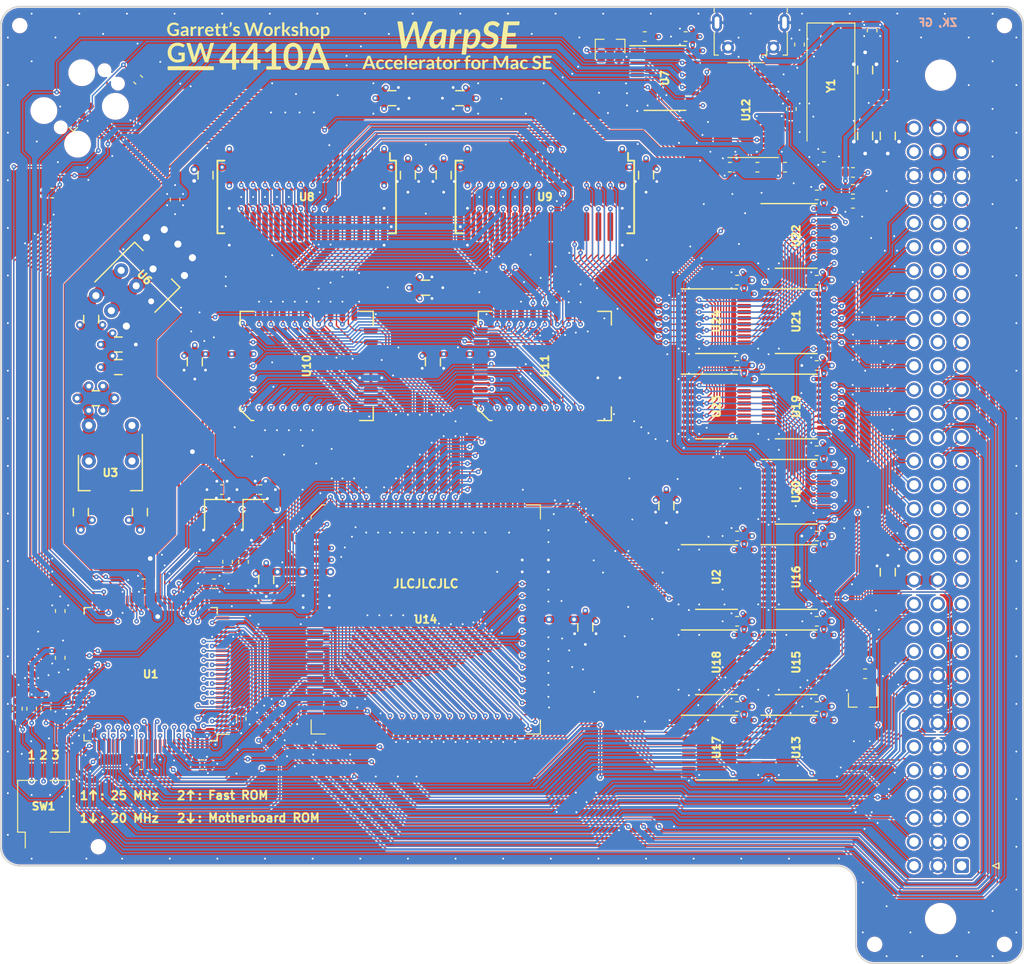
<source format=kicad_pcb>
(kicad_pcb (version 20211014) (generator pcbnew)

  (general
    (thickness 1.6)
  )

  (paper "A4")
  (layers
    (0 "F.Cu" signal)
    (1 "In1.Cu" power)
    (2 "In2.Cu" power)
    (31 "B.Cu" signal)
    (32 "B.Adhes" user "B.Adhesive")
    (33 "F.Adhes" user "F.Adhesive")
    (34 "B.Paste" user)
    (35 "F.Paste" user)
    (36 "B.SilkS" user "B.Silkscreen")
    (37 "F.SilkS" user "F.Silkscreen")
    (38 "B.Mask" user)
    (39 "F.Mask" user)
    (40 "Dwgs.User" user "User.Drawings")
    (41 "Cmts.User" user "User.Comments")
    (42 "Eco1.User" user "User.Eco1")
    (43 "Eco2.User" user "User.Eco2")
    (44 "Edge.Cuts" user)
    (45 "Margin" user)
    (46 "B.CrtYd" user "B.Courtyard")
    (47 "F.CrtYd" user "F.Courtyard")
    (48 "B.Fab" user)
    (49 "F.Fab" user)
  )

  (setup
    (pad_to_mask_clearance 0.05)
    (pcbplotparams
      (layerselection 0x00010fc_ffffffff)
      (disableapertmacros false)
      (usegerberextensions true)
      (usegerberattributes false)
      (usegerberadvancedattributes false)
      (creategerberjobfile false)
      (svguseinch false)
      (svgprecision 6)
      (excludeedgelayer true)
      (plotframeref false)
      (viasonmask false)
      (mode 1)
      (useauxorigin false)
      (hpglpennumber 1)
      (hpglpenspeed 20)
      (hpglpendiameter 15.000000)
      (dxfpolygonmode true)
      (dxfimperialunits true)
      (dxfusepcbnewfont true)
      (psnegative false)
      (psa4output false)
      (plotreference true)
      (plotvalue true)
      (plotinvisibletext false)
      (sketchpadsonfab false)
      (subtractmaskfromsilk true)
      (outputformat 1)
      (mirror false)
      (drillshape 0)
      (scaleselection 1)
      (outputdirectory "gerber/")
    )
  )

  (net 0 "")
  (net 1 "GND")
  (net 2 "+5V")
  (net 3 "+3V3")
  (net 4 "-5V")
  (net 5 "+12V")
  (net 6 "-12V")
  (net 7 "Net-(C46-Pad1)")
  (net 8 "unconnected-(J1-PadA1)")
  (net 9 "unconnected-(J1-PadA2)")
  (net 10 "unconnected-(J1-PadA3)")
  (net 11 "/Buf/MacA1")
  (net 12 "/Buf/MacA2")
  (net 13 "/Buf/MacA3")
  (net 14 "/Buf/MacA4")
  (net 15 "/Buf/MacA5")
  (net 16 "/Buf/MacA6")
  (net 17 "/Buf/MacA7")
  (net 18 "/Buf/MacA8")
  (net 19 "/Buf/MacA9")
  (net 20 "/Buf/MacA10")
  (net 21 "/Buf/MacA11")
  (net 22 "/Buf/MacA12")
  (net 23 "/Buf/MacA13")
  (net 24 "/Buf/MacA14")
  (net 25 "/Control/~{RESET}")
  (net 26 "/Buf/MacA15")
  (net 27 "/Control/Mac~{AS}")
  (net 28 "/Control/Mac~{UDS}")
  (net 29 "/Control/Mac~{LDS}")
  (net 30 "/Buf/Mac~{R}W")
  (net 31 "/Control/Mac~{DTACK}")
  (net 32 "/Buf/MacA16")
  (net 33 "/Control/Mac~{VMA}")
  (net 34 "/Control/Mac~{VPA}")
  (net 35 "/Buf/MacA17")
  (net 36 "/Buf/MacA18")
  (net 37 "/Buf/MacA19")
  (net 38 "/Buf/MacA20")
  (net 39 "/Buf/MacA21")
  (net 40 "/Buf/MacA22")
  (net 41 "/Buf/MacA23")
  (net 42 "/Control/Mac~{BERR}")
  (net 43 "/Control/~{IPL}2")
  (net 44 "/MC68k/~{IPL}1")
  (net 45 "/MC68k/~{IPL}0")
  (net 46 "/Control/MacE")
  (net 47 "unconnected-(J1-PadB10)")
  (net 48 "unconnected-(J1-PadB11)")
  (net 49 "/Control/C16M")
  (net 50 "/Control/C8M")
  (net 51 "unconnected-(J1-PadB12)")
  (net 52 "unconnected-(J1-PadB22)")
  (net 53 "unconnected-(J1-PadB23)")
  (net 54 "unconnected-(J1-PadB24)")
  (net 55 "unconnected-(J1-PadB25)")
  (net 56 "unconnected-(J1-PadB26)")
  (net 57 "unconnected-(J1-PadB27)")
  (net 58 "unconnected-(J1-PadB28)")
  (net 59 "/Control/Mac~{BR}")
  (net 60 "unconnected-(J1-PadC11)")
  (net 61 "/Buf/MacD0")
  (net 62 "/Buf/MacD1")
  (net 63 "/Buf/MacD2")
  (net 64 "/Buf/MacD3")
  (net 65 "/Buf/MacD4")
  (net 66 "/Buf/MacD5")
  (net 67 "/Buf/MacD6")
  (net 68 "/Buf/MacD7")
  (net 69 "/Buf/MacD8")
  (net 70 "/Buf/MacD9")
  (net 71 "/Buf/MacD10")
  (net 72 "/Buf/MacD11")
  (net 73 "/Buf/MacD12")
  (net 74 "/Buf/MacD13")
  (net 75 "/Buf/MacD14")
  (net 76 "/Buf/MacD15")
  (net 77 "unconnected-(J1-PadC31)")
  (net 78 "/Control/TMS")
  (net 79 "/Control/TCK")
  (net 80 "/Prog/TDO")
  (net 81 "/Control/TDI")
  (net 82 "Net-(J3-Pad3)")
  (net 83 "unconnected-(J2-Pad6)")
  (net 84 "/Prog/USB5V")
  (net 85 "Net-(J3-Pad2)")
  (net 86 "Net-(R1-Pad1)")
  (net 87 "unconnected-(J2-Pad7)")
  (net 88 "unconnected-(J2-Pad8)")
  (net 89 "/Control/SW1")
  (net 90 "/Clk.sch/CK20EN")
  (net 91 "unconnected-(J3-Pad4)")
  (net 92 "/Clk.sch/MCLK")
  (net 93 "/Clk.sch/RCLK")
  (net 94 "unconnected-(U1-Pad1)")
  (net 95 "/Control/Acc~{VPA}")
  (net 96 "/Control/Acc~{BERR}")
  (net 97 "/Buf/Din~{OE}")
  (net 98 "/Buf/Dout~{OE}")
  (net 99 "/Buf/Aout~{OE}")
  (net 100 "/Buf/DinLE")
  (net 101 "/Buf/ADoutLE0")
  (net 102 "/Buf/ADoutLE1")
  (net 103 "/Buf/AccA5")
  (net 104 "/Buf/AccA6")
  (net 105 "/Buf/AccA7")
  (net 106 "/Buf/AccA8")
  (net 107 "/Buf/AccA9")
  (net 108 "/Control/U~{WE}")
  (net 109 "/Control/L~{WE}")
  (net 110 "/Control/~{RAS}")
  (net 111 "/Control/RA11")
  (net 112 "/Clk.sch/CK25EN")
  (net 113 "/Buf/AccA10")
  (net 114 "/Control/RA9")
  (net 115 "/Control/RA10")
  (net 116 "/Control/RA8")
  (net 117 "/Control/RA0")
  (net 118 "/Control/RA7")
  (net 119 "/Control/RA1")
  (net 120 "/Buf/AccA11")
  (net 121 "/Control/RA6")
  (net 122 "/Control/RA2")
  (net 123 "/Control/RA5")
  (net 124 "/Control/RA3")
  (net 125 "/Control/RA4")
  (net 126 "/Buf/AccA12")
  (net 127 "/Control/~{OE}")
  (net 128 "/Control/~{CAS}")
  (net 129 "/Control/ROM~{CS}")
  (net 130 "/Control/ROM~{WE}")
  (net 131 "/Control/Acc~{UDS}")
  (net 132 "/Control/Acc~{AS}")
  (net 133 "/Control/Acc~{LDS}")
  (net 134 "/Buf/AccA13")
  (net 135 "/Control/Acc~{DTACK}")
  (net 136 "/Buf/AccA14")
  (net 137 "/Buf/AccA15")
  (net 138 "/Buf/AccA16")
  (net 139 "/Buf/AccA17")
  (net 140 "/Buf/AccA18")
  (net 141 "/Buf/AccA19")
  (net 142 "/Buf/AccA20")
  (net 143 "/Buf/AccA21")
  (net 144 "/Buf/AccA22")
  (net 145 "/Buf/AccA23")
  (net 146 "/Buf/Acc~{R}W")
  (net 147 "unconnected-(U1-Pad39)")
  (net 148 "unconnected-(U1-Pad49)")
  (net 149 "/Control/SW2")
  (net 150 "unconnected-(U1-Pad68)")
  (net 151 "Net-(Q1-Pad1)")
  (net 152 "unconnected-(U1-Pad71)")
  (net 153 "/Control/Mac~{BG}")
  (net 154 "Net-(U16-Pad2)")
  (net 155 "Net-(U16-Pad3)")
  (net 156 "Net-(U16-Pad4)")
  (net 157 "Net-(U16-Pad5)")
  (net 158 "Net-(U16-Pad6)")
  (net 159 "Net-(U16-Pad7)")
  (net 160 "Net-(U16-Pad8)")
  (net 161 "Net-(U16-Pad9)")
  (net 162 "/Buf/AccD6")
  (net 163 "/Buf/AccD7")
  (net 164 "/Buf/AccD5")
  (net 165 "/Buf/AccD3")
  (net 166 "/Buf/AccD1")
  (net 167 "/Buf/AccD2")
  (net 168 "/Buf/AccD4")
  (net 169 "/Buf/AccD14")
  (net 170 "/Buf/AccD15")
  (net 171 "/Buf/AccD13")
  (net 172 "/Buf/AccD11")
  (net 173 "/Buf/AccD9")
  (net 174 "/Buf/AccD8")
  (net 175 "/Buf/AccD10")
  (net 176 "/Buf/AccD12")
  (net 177 "/Buf/AccA1")
  (net 178 "/Buf/AccA2")
  (net 179 "/Buf/AccA3")
  (net 180 "Net-(U13-Pad2)")
  (net 181 "Net-(U13-Pad3)")
  (net 182 "Net-(U13-Pad4)")
  (net 183 "Net-(U13-Pad5)")
  (net 184 "Net-(U13-Pad6)")
  (net 185 "Net-(U13-Pad7)")
  (net 186 "Net-(U13-Pad8)")
  (net 187 "Net-(U13-Pad9)")
  (net 188 "/Buf/AccA4")
  (net 189 "unconnected-(U1-Pad99)")
  (net 190 "unconnected-(U7-Pad12)")
  (net 191 "unconnected-(U7-Pad13)")
  (net 192 "unconnected-(U7-Pad15)")
  (net 193 "unconnected-(U7-Pad17)")
  (net 194 "unconnected-(U7-Pad19)")
  (net 195 "unconnected-(U12-Pad10)")
  (net 196 "Net-(U15-Pad2)")
  (net 197 "Net-(U15-Pad3)")
  (net 198 "Net-(U15-Pad4)")
  (net 199 "Net-(U15-Pad5)")
  (net 200 "Net-(U15-Pad6)")
  (net 201 "Net-(U15-Pad7)")
  (net 202 "Net-(U15-Pad8)")
  (net 203 "Net-(U15-Pad9)")
  (net 204 "Net-(U19-Pad2)")
  (net 205 "Net-(U19-Pad3)")
  (net 206 "Net-(U19-Pad4)")
  (net 207 "Net-(U19-Pad5)")
  (net 208 "Net-(U19-Pad6)")
  (net 209 "Net-(U19-Pad7)")
  (net 210 "Net-(U19-Pad8)")
  (net 211 "Net-(U19-Pad9)")
  (net 212 "Net-(U21-Pad2)")
  (net 213 "Net-(U21-Pad3)")
  (net 214 "Net-(U21-Pad4)")
  (net 215 "Net-(U21-Pad5)")
  (net 216 "Net-(U21-Pad6)")
  (net 217 "Net-(U21-Pad7)")
  (net 218 "Net-(U21-Pad8)")
  (net 219 "Net-(U21-Pad9)")
  (net 220 "Net-(R5-Pad1)")
  (net 221 "Net-(C47-Pad1)")
  (net 222 "unconnected-(U12-Pad11)")
  (net 223 "unconnected-(U12-Pad12)")
  (net 224 "unconnected-(U14-Pad11)")
  (net 225 "unconnected-(U14-Pad18)")
  (net 226 "unconnected-(U14-Pad21)")
  (net 227 "unconnected-(U14-Pad22)")
  (net 228 "unconnected-(U14-Pad28)")
  (net 229 "/Prog/UTCK")
  (net 230 "Net-(C48-Pad1)")
  (net 231 "/Prog/JTAG~{OE}")
  (net 232 "/Control/SW0")
  (net 233 "Net-(R9-Pad2)")
  (net 234 "/Prog/UTMS")
  (net 235 "/Prog/UTDI")
  (net 236 "unconnected-(U14-Pad29)")
  (net 237 "unconnected-(U14-Pad30)")
  (net 238 "unconnected-(U14-Pad31)")
  (net 239 "unconnected-(J1-PadC4)")

  (footprint "stdpads:C_0805" (layer "F.Cu") (at 112.903 71.208 -90))

  (footprint "stdpads:C_0805" (layer "F.Cu") (at 115.7995 73.914 180))

  (footprint "stdpads:C_0805" (layer "F.Cu") (at 115.7995 76.327 180))

  (footprint "stdpads:C_0603" (layer "F.Cu") (at 130.95 89.4 180))

  (footprint "stdpads:C_0805" (layer "F.Cu") (at 113.4 79.65))

  (footprint "stdpads:TQFP-100_14x14mm_P0.5mm" (layer "F.Cu") (at 119.25 109.1 90))

  (footprint "stdpads:C_0805" (layer "F.Cu") (at 195.453 44.616 90))

  (footprint "stdpads:C_0805" (layer "F.Cu") (at 195.453 51.65 -90))

  (footprint "stdpads:C_0805" (layer "F.Cu") (at 197.866 51.65 -90))

  (footprint "stdpads:SOT-223" (layer "F.Cu") (at 118.6 66.75 -135))

  (footprint "stdpads:SOJ-28_300mil" (layer "F.Cu") (at 161.29 58.166 -90))

  (footprint "stdpads:DIN41612_R_3x32_Male_Vertical_THT" (layer "F.Cu") (at 205.74 129.54 180))

  (footprint "stdpads:C_0603" (layer "F.Cu") (at 126 99.45))

  (footprint "stdpads:TSSOP-20_4.4x6.5mm_P0.65mm" (layer "F.Cu") (at 179.6 98.725 -90))

  (footprint "stdpads:C_0603" (layer "F.Cu") (at 181.8 94.35 180))

  (footprint "stdpads:C_0603" (layer "F.Cu") (at 190.3 57.95 180))

  (footprint "stdpads:C_0603" (layer "F.Cu") (at 190.3 94.35 180))

  (footprint "stdpads:C_0603" (layer "F.Cu") (at 190.3 85.25 180))

  (footprint "stdpads:C_0603" (layer "F.Cu") (at 181.8 112.55 180))

  (footprint "stdpads:C_0603" (layer "F.Cu") (at 190.3 112.55 180))

  (footprint "stdpads:C_0603" (layer "F.Cu") (at 190.3 67.05 180))

  (footprint "stdpads:C_0603" (layer "F.Cu") (at 181.8 67.05 180))

  (footprint "stdpads:C_0603" (layer "F.Cu") (at 181.8 76.15 180))

  (footprint "stdpads:C_0603" (layer "F.Cu") (at 181.8 103.45 180))

  (footprint "stdpads:C_0603" (layer "F.Cu") (at 190.3 103.45 180))

  (footprint "stdpads:C_0805" (layer "F.Cu") (at 197.866 98.21 90))

  (footprint "stdpads:C_0805" (layer "F.Cu") (at 131.572 99.021 -90))

  (footprint "stdpads:C_0805" (layer "F.Cu") (at 165.608 104.101 -90))

  (footprint "stdpads:TSSOP-20_4.4x6.5mm_P0.65mm" (layer "F.Cu") (at 179.6 71.425 -90))

  (footprint "stdpads:TSSOP-20_4.4x6.5mm_P0.65mm" (layer "F.Cu") (at 179.6 80.525 -90))

  (footprint "stdpads:TSSOP-20_4.4x6.5mm_P0.65mm" (layer "F.Cu") (at 188.1 62.325 -90))

  (footprint "stdpads:TSSOP-20_4.4x6.5mm_P0.65mm" (layer "F.Cu") (at 188.1 71.425 -90))

  (footprint "stdpads:TSSOP-20_4.4x6.5mm_P0.65mm" (layer "F.Cu") (at 188.1 89.625 -90))

  (footprint "stdpads:TSSOP-20_4.4x6.5mm_P0.65mm" (layer "F.Cu") (at 188.1 80.525 -90))

  (footprint "stdpads:TSSOP-20_4.4x6.5mm_P0.65mm" (layer "F.Cu")
    (tedit 5F27C9F6) (tstamp 00000000-0000-0000-0000-000061aa2d37)
    (at 179.6 107.825 -90)
    (descr "20-Lead Plastic Thin Shrink Small Outline (ST)-4.4 mm Body [TSSOP] (see Microchip Packaging Specification 00000049BS.pdf)")
    (tags "SSOP 0.65")
    (property "LCSC Part" "C141311")
    (property "Sheetfile" "Buf.kicad_sch")
    (property "Sheetname" "Buf")
    (path "/00000000-0000-0000-0000-000060941922/00000000-0000-0000-0000-00006169e1cd")
    (solder_mask_margin 0.024)
    (solder_paste_margin -0.04)
    (attr smd)
    (fp_text reference "U18" (at 0 0 -90) (layer "F.Fab")
      (effects (font (size 0.8128 0.8128) (thickness 0.2032)))
      (tstamp 19e8b3da-5a76-44f4-be83-5c297aa9ef95)
    )
    (fp_text value "74AHCT573PW" (at 0 1.016 -90) (layer "F.Fab")
      (effects (font (size 0.508 0.508) (thickness 0.127)))
      (tstamp 662a8514-1b9b-4418-a29f-6aa66f885940)
    )
    (fp_text user "${REFERENCE}" (at 0 0 90) (layer "F.SilkS")
      (effects (font (size 0.8128 0.8128) (thickness 0.2032)))
      (tstamp ea2a4273-2d39-4c2f-8cc2-c17baa70c675)
    )
    (fp_line (start 3.45 2.225) (end 3.45 -2.225) (layer "F.SilkS") (width 0.15) (tstamp 17f8435c-0e86-4886-be46-0a164f26bb29))
    (fp_line (start -3.45 3.75) (end -3.45 -2.225) (layer "F.SilkS") (width 0.15) (tstamp 2e8416ea-c257-418c-b887-4a7d7449aebf))
    (fp_line (start 3.55 3.95) (end 3.55 -3.95) (layer "F.CrtYd") (width 0.05) (tstamp 0ba7e067-3104-4059-a2fb-d0319a7b2322))
    (fp_line (start -3.55 3.95) (end -3.55 -3.95) (layer "F.CrtYd") (width 0.05) (tstamp 1e0b6f7b-2c6b-443e-8636-b6a0e805e042))
    (fp_line (start -3.55 -3.95) (end 3.55 -3.95) (layer "F.CrtYd") (width 0.05) (tstamp a588ae46-6880-48b7-b8d0-a16cb00a56f2))
    (fp_line (start -3.55 3.95) (end 3.55 3.95) (layer "F.CrtYd") (width 0.05) (tstamp e44359bf-15ca-472d-b43e-b28686df2119))
    (fp_line (start -3.25 -2.2) (end 3.25 -2.2) (layer "F.Fab") (width 0.15) (tstamp 0272800b-99d
... [7978215 chars truncated]
</source>
